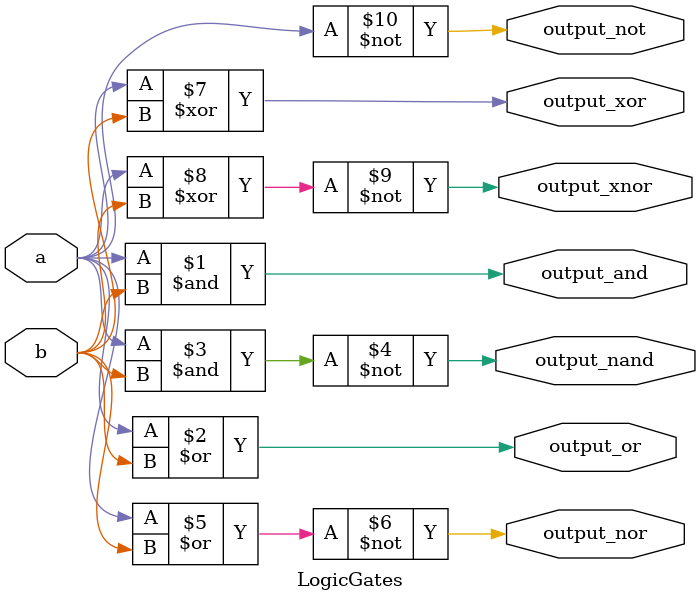
<source format=v>
module LogicGates(output_and, output_or, output_not, output_nand, output_nor, output_xor, output_xnor, a, b);
    input a, b;
    output output_and, output_or, output_not, output_nand, output_nor, output_xor, output_xnor;

    and u1(output_and, a, b);   // AND gate
    or u2(output_or, a, b);     // OR gate
    not u3(output_not, a);      // NOT gate
    nand u4(output_nand, a, b); // NAND gate
    nor u5(output_nor, a, b);   // NOR gate
    xor u6(output_xor, a, b);   // XOR gate
    xnor u7(output_xnor, a, b); // XNOR gate
endmodule

</source>
